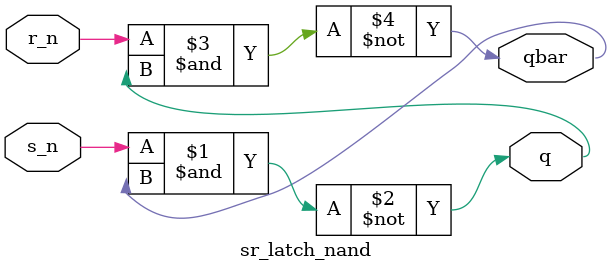
<source format=v>
`timescale 1ns/1ps
module sr_latch_nand(
    input s_n,
    input r_n,
    output q,
    output qbar
);

assign q    = ~(s_n & qbar);
assign qbar = ~(r_n & q);

endmodule

</source>
